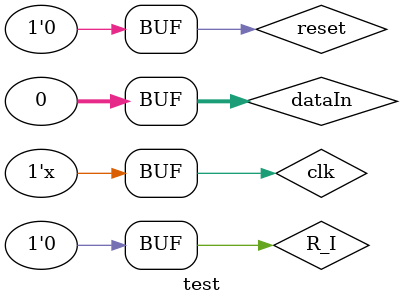
<source format=v>
`timescale 1ns / 1ps


module test();

reg clk, R_I, reset;
reg [31:0] dataIn;
wire [31:0] dataOut;
wire R_O;

initial begin
    clk = 0;
    reset = 1;
    R_I = 0;
    dataIn = 0;
    #20;
    
    reset = 0;
end

always #10 clk <= ~clk;

fsm #(.n(8)) fsm0(
    .clk(clk),
    .dataIn(dataIn),
    .R_I(R_I),
    .reset(reset),
    .dataOut(dataOut),
    .R_O(R_O)
);

endmodule

</source>
